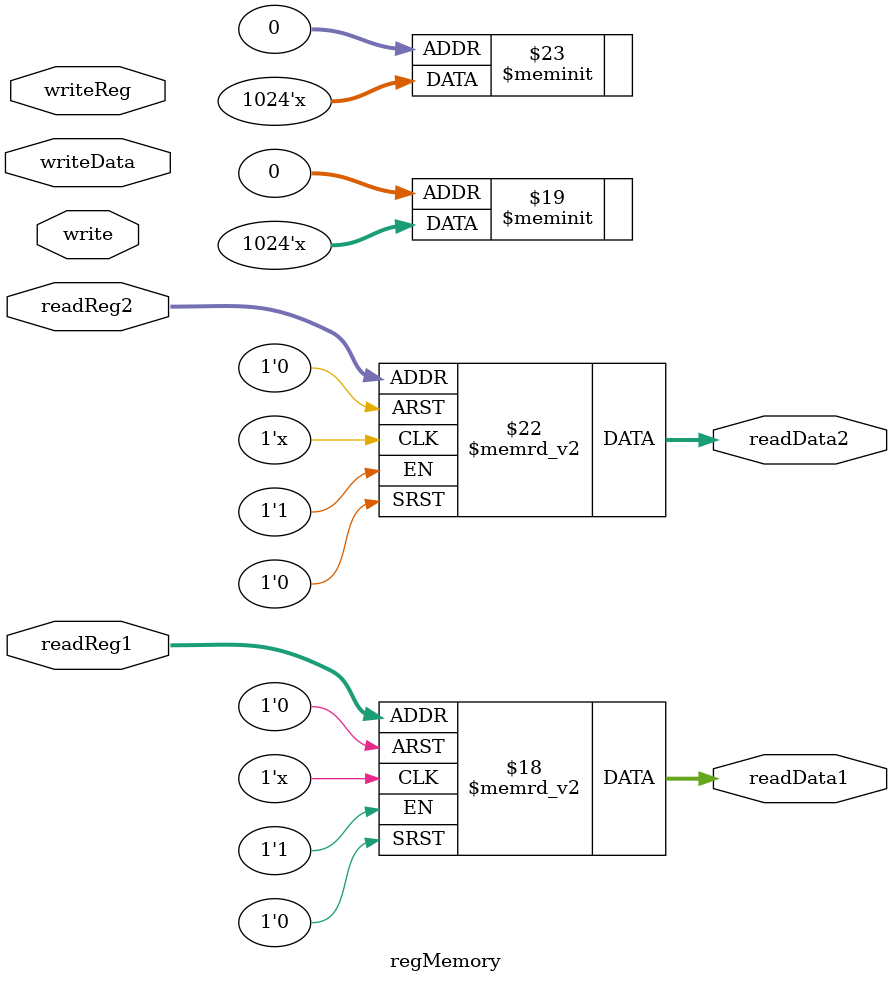
<source format=v>
module regMemory(input [4:0] readReg1,readReg2,writeReg,
	input [31:0] writeData,
	input write,
	output reg [31:0] readData1,readData2
);

	// Declare rMem file 32 register 32 bit 
	reg [31:0] rMem [0:31];
	
	//verilen registerların içeriğini outpulara yaz
	always @(readReg1 or readReg2 or writeReg or writeData or write)
	begin
		readData1 <= rMem[readReg1];
		readData2 <= rMem[readReg2];
		
		if(write == 1) begin
			rMem[writeReg] <= writeData;	
		end		
	end	
endmodule 
</source>
